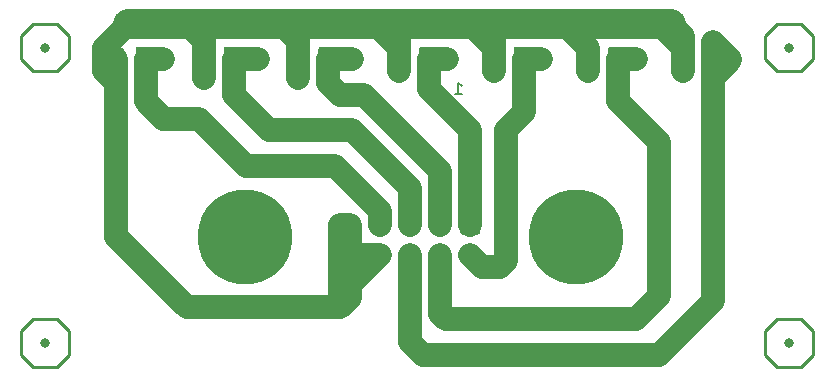
<source format=gbr>
%TF.GenerationSoftware,KiCad,Pcbnew,5.1.9*%
%TF.CreationDate,2021-06-26T11:45:32+02:00*%
%TF.ProjectId,breakout,62726561-6b6f-4757-942e-6b696361645f,rev?*%
%TF.SameCoordinates,Original*%
%TF.FileFunction,Copper,L2,Bot*%
%TF.FilePolarity,Positive*%
%FSLAX46Y46*%
G04 Gerber Fmt 4.6, Leading zero omitted, Abs format (unit mm)*
G04 Created by KiCad (PCBNEW 5.1.9) date 2021-06-26 11:45:32*
%MOMM*%
%LPD*%
G01*
G04 APERTURE LIST*
%TA.AperFunction,NonConductor*%
%ADD10C,0.200000*%
%TD*%
%TA.AperFunction,ComponentPad*%
%ADD11C,8.000000*%
%TD*%
%TA.AperFunction,ComponentPad*%
%ADD12C,1.700000*%
%TD*%
%TA.AperFunction,ComponentPad*%
%ADD13O,1.740000X2.190000*%
%TD*%
%TA.AperFunction,ViaPad*%
%ADD14C,0.800000*%
%TD*%
%TA.AperFunction,Conductor*%
%ADD15C,0.250000*%
%TD*%
%TA.AperFunction,Conductor*%
%ADD16C,2.000000*%
%TD*%
%TA.AperFunction,Conductor*%
%ADD17C,1.500000*%
%TD*%
%TA.AperFunction,Conductor*%
%ADD18C,2.500000*%
%TD*%
G04 APERTURE END LIST*
D10*
X161714285Y-64952380D02*
X162285714Y-64952380D01*
X162000000Y-64952380D02*
X162000000Y-63952380D01*
X162095238Y-64095238D01*
X162190476Y-64190476D01*
X162285714Y-64238095D01*
D11*
%TO.P,J0,MP*%
%TO.N,N/C*%
X143900000Y-77020000D03*
X171940000Y-77020000D03*
D12*
%TO.P,J0,10*%
%TO.N,/+12V*%
X152840000Y-78540000D03*
%TO.P,J0,8*%
X155380000Y-78540000D03*
%TO.P,J0,6*%
%TO.N,/SEG_A*%
X157920000Y-78540000D03*
%TO.P,J0,4*%
%TO.N,/SEG_B*%
X160460000Y-78540000D03*
%TO.P,J0,2*%
%TO.N,/SEG_C*%
X163000000Y-78540000D03*
%TO.P,J0,9*%
%TO.N,/+12V*%
X152840000Y-76000000D03*
%TO.P,J0,7*%
%TO.N,/SEG_G*%
X155380000Y-76000000D03*
%TO.P,J0,5*%
%TO.N,/SEG_F*%
X157920000Y-76000000D03*
%TO.P,J0,3*%
%TO.N,/SEG_E*%
X160460000Y-76000000D03*
%TO.P,J0,1*%
%TO.N,/SEG_D*%
%TA.AperFunction,ComponentPad*%
G36*
G01*
X162400000Y-75150000D02*
X163600000Y-75150000D01*
G75*
G02*
X163850000Y-75400000I0J-250000D01*
G01*
X163850000Y-76600000D01*
G75*
G02*
X163600000Y-76850000I-250000J0D01*
G01*
X162400000Y-76850000D01*
G75*
G02*
X162150000Y-76600000I0J250000D01*
G01*
X162150000Y-75400000D01*
G75*
G02*
X162400000Y-75150000I250000J0D01*
G01*
G37*
%TD.AperFunction*%
%TD*%
D13*
%TO.P,J7,2*%
%TO.N,/+12V*%
X133000000Y-62000000D03*
%TO.P,J7,1*%
%TO.N,/SEG_G*%
%TA.AperFunction,ComponentPad*%
G36*
G01*
X136410000Y-61154999D02*
X136410000Y-62845001D01*
G75*
G02*
X136160001Y-63095000I-249999J0D01*
G01*
X134919999Y-63095000D01*
G75*
G02*
X134670000Y-62845001I0J249999D01*
G01*
X134670000Y-61154999D01*
G75*
G02*
X134919999Y-60905000I249999J0D01*
G01*
X136160001Y-60905000D01*
G75*
G02*
X136410000Y-61154999I0J-249999D01*
G01*
G37*
%TD.AperFunction*%
%TD*%
%TO.P,J6,2*%
%TO.N,/+12V*%
X181000000Y-62000000D03*
%TO.P,J6,1*%
%TO.N,/SEG_A*%
%TA.AperFunction,ComponentPad*%
G36*
G01*
X184410000Y-61154999D02*
X184410000Y-62845001D01*
G75*
G02*
X184160001Y-63095000I-249999J0D01*
G01*
X182919999Y-63095000D01*
G75*
G02*
X182670000Y-62845001I0J249999D01*
G01*
X182670000Y-61154999D01*
G75*
G02*
X182919999Y-60905000I249999J0D01*
G01*
X184160001Y-60905000D01*
G75*
G02*
X184410000Y-61154999I0J-249999D01*
G01*
G37*
%TD.AperFunction*%
%TD*%
%TO.P,J5,2*%
%TO.N,/+12V*%
X140460000Y-62000000D03*
%TO.P,J5,1*%
%TO.N,/SEG_F*%
%TA.AperFunction,ComponentPad*%
G36*
G01*
X143870000Y-61154999D02*
X143870000Y-62845001D01*
G75*
G02*
X143620001Y-63095000I-249999J0D01*
G01*
X142379999Y-63095000D01*
G75*
G02*
X142130000Y-62845001I0J249999D01*
G01*
X142130000Y-61154999D01*
G75*
G02*
X142379999Y-60905000I249999J0D01*
G01*
X143620001Y-60905000D01*
G75*
G02*
X143870000Y-61154999I0J-249999D01*
G01*
G37*
%TD.AperFunction*%
%TD*%
%TO.P,J4,2*%
%TO.N,/+12V*%
X173000000Y-62000000D03*
%TO.P,J4,1*%
%TO.N,/SEG_B*%
%TA.AperFunction,ComponentPad*%
G36*
G01*
X176410000Y-61154999D02*
X176410000Y-62845001D01*
G75*
G02*
X176160001Y-63095000I-249999J0D01*
G01*
X174919999Y-63095000D01*
G75*
G02*
X174670000Y-62845001I0J249999D01*
G01*
X174670000Y-61154999D01*
G75*
G02*
X174919999Y-60905000I249999J0D01*
G01*
X176160001Y-60905000D01*
G75*
G02*
X176410000Y-61154999I0J-249999D01*
G01*
G37*
%TD.AperFunction*%
%TD*%
%TO.P,J3,2*%
%TO.N,/+12V*%
X148460000Y-62000000D03*
%TO.P,J3,1*%
%TO.N,/SEG_E*%
%TA.AperFunction,ComponentPad*%
G36*
G01*
X151870000Y-61154999D02*
X151870000Y-62845001D01*
G75*
G02*
X151620001Y-63095000I-249999J0D01*
G01*
X150379999Y-63095000D01*
G75*
G02*
X150130000Y-62845001I0J249999D01*
G01*
X150130000Y-61154999D01*
G75*
G02*
X150379999Y-60905000I249999J0D01*
G01*
X151620001Y-60905000D01*
G75*
G02*
X151870000Y-61154999I0J-249999D01*
G01*
G37*
%TD.AperFunction*%
%TD*%
%TO.P,J2,2*%
%TO.N,/+12V*%
X165000000Y-62000000D03*
%TO.P,J2,1*%
%TO.N,/SEG_C*%
%TA.AperFunction,ComponentPad*%
G36*
G01*
X168410000Y-61154999D02*
X168410000Y-62845001D01*
G75*
G02*
X168160001Y-63095000I-249999J0D01*
G01*
X166919999Y-63095000D01*
G75*
G02*
X166670000Y-62845001I0J249999D01*
G01*
X166670000Y-61154999D01*
G75*
G02*
X166919999Y-60905000I249999J0D01*
G01*
X168160001Y-60905000D01*
G75*
G02*
X168410000Y-61154999I0J-249999D01*
G01*
G37*
%TD.AperFunction*%
%TD*%
%TO.P,J1,2*%
%TO.N,/+12V*%
X157000000Y-62000000D03*
%TO.P,J1,1*%
%TO.N,/SEG_D*%
%TA.AperFunction,ComponentPad*%
G36*
G01*
X160410000Y-61154999D02*
X160410000Y-62845001D01*
G75*
G02*
X160160001Y-63095000I-249999J0D01*
G01*
X158919999Y-63095000D01*
G75*
G02*
X158670000Y-62845001I0J249999D01*
G01*
X158670000Y-61154999D01*
G75*
G02*
X158919999Y-60905000I249999J0D01*
G01*
X160160001Y-60905000D01*
G75*
G02*
X160410000Y-61154999I0J-249999D01*
G01*
G37*
%TD.AperFunction*%
%TD*%
D14*
%TO.N,*%
X127000000Y-61000000D03*
X127000000Y-86000000D03*
X190000000Y-86000000D03*
X190000000Y-61000000D03*
%TD*%
D15*
%TO.N,*%
X128000000Y-59000000D02*
X126000000Y-59000000D01*
X126000000Y-59000000D02*
X125000000Y-60000000D01*
X125000000Y-60000000D02*
X125000000Y-62000000D01*
X125000000Y-62000000D02*
X126000000Y-63000000D01*
X126000000Y-63000000D02*
X128000000Y-63000000D01*
X128000000Y-63000000D02*
X129000000Y-62000000D01*
X129000000Y-62000000D02*
X129000000Y-60000000D01*
X129000000Y-60000000D02*
X128000000Y-59000000D01*
X128000000Y-84000000D02*
X126000000Y-84000000D01*
X126000000Y-84000000D02*
X125000000Y-85000000D01*
X125000000Y-85000000D02*
X125000000Y-87000000D01*
X125000000Y-87000000D02*
X126000000Y-88000000D01*
X126000000Y-88000000D02*
X128000000Y-88000000D01*
X128000000Y-88000000D02*
X129000000Y-87000000D01*
X129000000Y-87000000D02*
X129000000Y-85000000D01*
X129000000Y-85000000D02*
X128000000Y-84000000D01*
X189000000Y-84000000D02*
X191000000Y-84000000D01*
X191000000Y-84000000D02*
X192000000Y-85000000D01*
X192000000Y-85000000D02*
X192000000Y-87000000D01*
X192000000Y-87000000D02*
X191000000Y-88000000D01*
X191000000Y-88000000D02*
X189000000Y-88000000D01*
X189000000Y-88000000D02*
X188000000Y-87000000D01*
X188000000Y-87000000D02*
X188000000Y-85000000D01*
X188000000Y-85000000D02*
X189000000Y-84000000D01*
X189000000Y-59000000D02*
X191000000Y-59000000D01*
X191000000Y-59000000D02*
X192000000Y-60000000D01*
X192000000Y-60000000D02*
X192000000Y-62000000D01*
X192000000Y-62000000D02*
X191000000Y-63000000D01*
X191000000Y-63000000D02*
X189000000Y-63000000D01*
X189000000Y-63000000D02*
X188000000Y-62000000D01*
X188000000Y-62000000D02*
X188000000Y-60000000D01*
X188000000Y-60000000D02*
X189000000Y-59000000D01*
D16*
%TO.N,/SEG_D*%
X159540000Y-64540000D02*
X159540000Y-62000000D01*
X163000000Y-68000000D02*
X159540000Y-64540000D01*
X163000000Y-76000000D02*
X163000000Y-68000000D01*
X159540000Y-62000000D02*
X161000000Y-62000000D01*
%TO.N,/SEG_C*%
X167540000Y-62000000D02*
X169000000Y-62000000D01*
X164000000Y-79540000D02*
X163000000Y-78540000D01*
X165540000Y-79540000D02*
X164000000Y-79540000D01*
X166000000Y-79080000D02*
X165540000Y-79540000D01*
X166000000Y-68000000D02*
X166000000Y-79080000D01*
X167540000Y-66460000D02*
X166000000Y-68000000D01*
X167540000Y-62000000D02*
X167540000Y-66460000D01*
%TO.N,/SEG_E*%
X151000000Y-64000000D02*
X151000000Y-62000000D01*
X160460000Y-71460000D02*
X154000000Y-65000000D01*
X160460000Y-76000000D02*
X160460000Y-71460000D01*
X151000000Y-62000000D02*
X152000000Y-62000000D01*
X152000000Y-65000000D02*
X151000000Y-64000000D01*
X154000000Y-65000000D02*
X152000000Y-65000000D01*
X151000000Y-62000000D02*
X153000000Y-62000000D01*
%TO.N,/SEG_B*%
X175540000Y-65540000D02*
X175540000Y-62000000D01*
X160460000Y-78540000D02*
X160460000Y-83540000D01*
X160460000Y-83540000D02*
X160920000Y-84000000D01*
X177000000Y-84000000D02*
X179000000Y-82000000D01*
X179000000Y-69000000D02*
X175540000Y-65540000D01*
X160920000Y-84000000D02*
X177000000Y-84000000D01*
X179000000Y-82000000D02*
X179000000Y-69000000D01*
X175540000Y-62000000D02*
X177000000Y-62000000D01*
%TO.N,/SEG_F*%
X157920000Y-76000000D02*
X157920000Y-72920000D01*
X157920000Y-72920000D02*
X153000000Y-68000000D01*
X153000000Y-68000000D02*
X146000000Y-68000000D01*
X146000000Y-68000000D02*
X143000000Y-65000000D01*
X143000000Y-65000000D02*
X143000000Y-62000000D01*
X143000000Y-62000000D02*
X144000000Y-62000000D01*
X143000000Y-62000000D02*
X145000000Y-62000000D01*
%TO.N,/SEG_A*%
X179000000Y-87000000D02*
X183540000Y-82460000D01*
X159000000Y-87000000D02*
X179000000Y-87000000D01*
X157920000Y-85920000D02*
X159000000Y-87000000D01*
X157920000Y-78540000D02*
X157920000Y-85920000D01*
X185000000Y-62000000D02*
X183540000Y-62000000D01*
X183540000Y-60540000D02*
X185000000Y-62000000D01*
X183540000Y-62000000D02*
X183540000Y-60540000D01*
X185000000Y-62080000D02*
X183540000Y-63540000D01*
X185000000Y-62000000D02*
X185000000Y-62080000D01*
X183540000Y-63540000D02*
X183540000Y-62000000D01*
X183540000Y-82460000D02*
X183540000Y-63540000D01*
%TO.N,/SEG_G*%
X135540000Y-65540000D02*
X135540000Y-62000000D01*
X137000000Y-67000000D02*
X135540000Y-65540000D01*
X144000000Y-71000000D02*
X140000000Y-67000000D01*
X151582081Y-71000000D02*
X144000000Y-71000000D01*
X155380000Y-74797919D02*
X151582081Y-71000000D01*
X140000000Y-67000000D02*
X137000000Y-67000000D01*
X155380000Y-76000000D02*
X155380000Y-74797919D01*
X135540000Y-62000000D02*
X137000000Y-62000000D01*
D17*
%TO.N,/+12V*%
X165460000Y-59540000D02*
X166000000Y-59000000D01*
X158000000Y-59000000D02*
X166000000Y-59000000D01*
X173460000Y-59540000D02*
X174000000Y-59000000D01*
X174000000Y-59000000D02*
X177460000Y-59000000D01*
X166000000Y-59000000D02*
X174000000Y-59000000D01*
X156000000Y-59000000D02*
X158000000Y-59000000D01*
X150000000Y-59000000D02*
X156000000Y-59000000D01*
D18*
X164000000Y-59000000D02*
X167000000Y-59000000D01*
X175000000Y-59000000D02*
X177460000Y-59000000D01*
X172000000Y-59000000D02*
X175000000Y-59000000D01*
X177000000Y-59000000D02*
X179000000Y-59000000D01*
D17*
X177000000Y-59000000D02*
X172000000Y-59000000D01*
D16*
X152840000Y-76000000D02*
X152840000Y-78540000D01*
X152840000Y-78540000D02*
X155380000Y-78540000D01*
X152840000Y-78540000D02*
X152840000Y-82160000D01*
X152840000Y-82160000D02*
X152779999Y-82220001D01*
D18*
X179000000Y-59000000D02*
X180000000Y-59000000D01*
D17*
X142000000Y-59000000D02*
X150000000Y-59000000D01*
X141000000Y-59000000D02*
X142000000Y-59000000D01*
D16*
X139000000Y-83000000D02*
X133000000Y-77000000D01*
X152000000Y-83000000D02*
X139000000Y-83000000D01*
X133000000Y-60000000D02*
X134000000Y-59000000D01*
X140460000Y-59540000D02*
X141000000Y-59000000D01*
X140460000Y-62000000D02*
X140460000Y-59540000D01*
X157000000Y-60000000D02*
X156000000Y-59000000D01*
X157000000Y-62000000D02*
X157000000Y-60000000D01*
X165000000Y-60000000D02*
X164000000Y-59000000D01*
X165000000Y-62000000D02*
X165000000Y-60000000D01*
X140460000Y-60460000D02*
X139000000Y-59000000D01*
X140460000Y-62000000D02*
X140460000Y-60460000D01*
D18*
X139000000Y-59000000D02*
X134000000Y-59000000D01*
X141000000Y-59000000D02*
X139000000Y-59000000D01*
D16*
X148460000Y-59460000D02*
X148000000Y-59000000D01*
X148460000Y-62000000D02*
X148460000Y-59460000D01*
X148460000Y-60460000D02*
X147000000Y-59000000D01*
X148460000Y-62000000D02*
X148460000Y-60460000D01*
D18*
X147000000Y-59000000D02*
X148000000Y-59000000D01*
D16*
X165000000Y-61000000D02*
X163000000Y-59000000D01*
X165000000Y-62000000D02*
X165000000Y-61000000D01*
D18*
X163000000Y-59000000D02*
X164000000Y-59000000D01*
X159000000Y-59000000D02*
X163000000Y-59000000D01*
D16*
X157000000Y-61000000D02*
X155000000Y-59000000D01*
X157000000Y-62000000D02*
X157000000Y-61000000D01*
D18*
X155000000Y-59000000D02*
X159000000Y-59000000D01*
X148000000Y-59000000D02*
X155000000Y-59000000D01*
X141000000Y-59000000D02*
X147000000Y-59000000D01*
D16*
X173000000Y-61000000D02*
X171000000Y-59000000D01*
X173000000Y-62000000D02*
X173000000Y-61000000D01*
D18*
X171000000Y-59000000D02*
X172000000Y-59000000D01*
X167000000Y-59000000D02*
X171000000Y-59000000D01*
D16*
X181000000Y-60000000D02*
X180000000Y-59000000D01*
X181000000Y-62000000D02*
X181000000Y-60000000D01*
X181000000Y-61000000D02*
X179000000Y-59000000D01*
X181000000Y-62000000D02*
X181000000Y-61000000D01*
X133000000Y-62000000D02*
X132000000Y-62000000D01*
X132000000Y-61000000D02*
X133000000Y-60000000D01*
X132000000Y-62000000D02*
X132000000Y-61000000D01*
X132000000Y-63000000D02*
X133000000Y-64000000D01*
X132000000Y-62000000D02*
X132000000Y-63000000D01*
X133000000Y-64000000D02*
X133000000Y-62000000D01*
X133000000Y-77000000D02*
X133000000Y-64000000D01*
X152840000Y-76000000D02*
X152000000Y-76000000D01*
X152000000Y-82000000D02*
X152500000Y-82500000D01*
X152000000Y-76000000D02*
X152000000Y-82000000D01*
X152500000Y-82500000D02*
X152000000Y-83000000D01*
X152840000Y-82160000D02*
X152500000Y-82500000D01*
X152840000Y-81080000D02*
X152840000Y-82160000D01*
X155380000Y-78540000D02*
X152840000Y-81080000D01*
X140460000Y-62000000D02*
X140460000Y-62540000D01*
X148460000Y-62000000D02*
X148460000Y-62540000D01*
X157000000Y-62000000D02*
X157000000Y-63000000D01*
X165000000Y-62000000D02*
X165000000Y-63000000D01*
X173000000Y-62000000D02*
X173000000Y-63000000D01*
X181000000Y-62000000D02*
X181000000Y-63000000D01*
X148460000Y-62000000D02*
X148460000Y-63540000D01*
X140460000Y-62000000D02*
X140460000Y-63540000D01*
%TD*%
M02*

</source>
